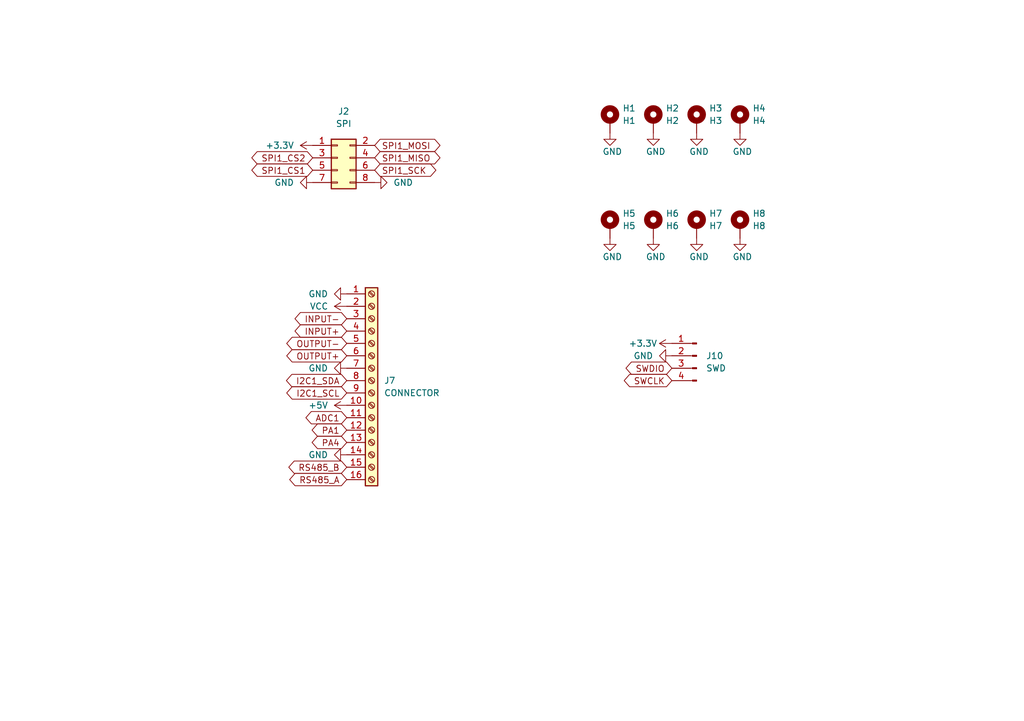
<source format=kicad_sch>
(kicad_sch (version 20211123) (generator eeschema)
  (paper "A5")
  (lib_symbols
    (symbol "Connector:Conn_01x04_Male" (pin_names (offset 1.016) hide)
      (property "Reference" "J" (at 0 5.08 0))
      (property "Value" "Conn_01x04_Male" (at 0 -7.62 0))
      (symbol "Conn_01x04_Male_1_1"
        (polyline (pts (xy 1.27 -5.08) (xy 0.8636 -5.08)) (stroke (width 0.1524)))
        (polyline (pts (xy 1.27 -2.54) (xy 0.8636 -2.54)) (stroke (width 0.1524)))
        (polyline (pts (xy 1.27 0) (xy 0.8636 0)) (stroke (width 0.1524)))
        (polyline (pts (xy 1.27 2.54) (xy 0.8636 2.54)) (stroke (width 0.1524)))
        (rectangle (start 0.8636 -4.953) (end 0 -5.207) (stroke (width 0.1524)) (fill (type outline)))
        (rectangle (start 0.8636 -2.413) (end 0 -2.667) (stroke (width 0.1524)) (fill (type outline)))
        (rectangle (start 0.8636 0.127) (end 0 -0.127) (stroke (width 0.1524)) (fill (type outline)))
        (rectangle (start 0.8636 2.667) (end 0 2.413) (stroke (width 0.1524)) (fill (type outline)))
        (pin passive line (at 5.08 2.54 180) (length 3.81) (name "Pin_1") (number "1"))
        (pin passive line (at 5.08 0 180) (length 3.81) (name "Pin_2") (number "2"))
        (pin passive line (at 5.08 -2.54 180) (length 3.81) (name "Pin_3") (number "3"))
        (pin passive line (at 5.08 -5.08 180) (length 3.81) (name "Pin_4") (number "4"))
      )
    )
    (symbol "Connector:Screw_Terminal_01x16" (pin_names (offset 1.016) hide)
      (property "Reference" "J" (at 0 20.32 0))
      (property "Value" "Screw_Terminal_01x16" (at 0 -22.86 0))
      (symbol "Screw_Terminal_01x16_1_1"
        (rectangle (start -1.27 19.05) (end 1.27 -21.59) (stroke (width 0.254)) (fill (type background)))
        (circle (center 0 -20.32) (radius 0.635) (stroke (width 0.1524)))
        (circle (center 0 -17.78) (radius 0.635) (stroke (width 0.1524)))
        (circle (center 0 -15.24) (radius 0.635) (stroke (width 0.1524)))
        (circle (center 0 -12.7) (radius 0.635) (stroke (width 0.1524)))
        (circle (center 0 -10.16) (radius 0.635) (stroke (width 0.1524)))
        (circle (center 0 -7.62) (radius 0.635) (stroke (width 0.1524)))
        (circle (center 0 -5.08) (radius 0.635) (stroke (width 0.1524)))
        (circle (center 0 -2.54) (radius 0.635) (stroke (width 0.1524)))
        (polyline (pts (xy -0.5334 -19.9898) (xy 0.3302 -20.828)) (stroke (width 0.1524)))
        (polyline (pts (xy -0.5334 -17.4498) (xy 0.3302 -18.288)) (stroke (width 0.1524)))
        (polyline (pts (xy -0.5334 -14.9098) (xy 0.3302 -15.748)) (stroke (width 0.1524)))
        (polyline (pts (xy -0.5334 -12.3698) (xy 0.3302 -13.208)) (stroke (width 0.1524)))
        (polyline (pts (xy -0.5334 -9.8298) (xy 0.3302 -10.668)) (stroke (width 0.1524)))
        (polyline (pts (xy -0.5334 -7.2898) (xy 0.3302 -8.128)) (stroke (width 0.1524)))
        (polyline (pts (xy -0.5334 -4.7498) (xy 0.3302 -5.588)) (stroke (width 0.1524)))
        (polyline (pts (xy -0.5334 -2.2098) (xy 0.3302 -3.048)) (stroke (width 0.1524)))
        (polyline (pts (xy -0.5334 0.3302) (xy 0.3302 -0.508)) (stroke (width 0.1524)))
        (polyline (pts (xy -0.5334 2.8702) (xy 0.3302 2.032)) (stroke (width 0.1524)))
        (polyline (pts (xy -0.5334 5.4102) (xy 0.3302 4.572)) (stroke (width 0.1524)))
        (polyline (pts (xy -0.5334 7.9502) (xy 0.3302 7.112)) (stroke (width 0.1524)))
        (polyline (pts (xy -0.5334 10.4902) (xy 0.3302 9.652)) (stroke (width 0.1524)))
        (polyline (pts (xy -0.5334 13.0302) (xy 0.3302 12.192)) (stroke (width 0.1524)))
        (polyline (pts (xy -0.5334 15.5702) (xy 0.3302 14.732)) (stroke (width 0.1524)))
        (polyline (pts (xy -0.5334 18.1102) (xy 0.3302 17.272)) (stroke (width 0.1524)))
        (polyline (pts (xy -0.3556 -19.812) (xy 0.508 -20.6502)) (stroke (width 0.1524)))
        (polyline (pts (xy -0.3556 -17.272) (xy 0.508 -18.1102)) (stroke (width 0.1524)))
        (polyline (pts (xy -0.3556 -14.732) (xy 0.508 -15.5702)) (stroke (width 0.1524)))
        (polyline (pts (xy -0.3556 -12.192) (xy 0.508 -13.0302)) (stroke (width 0.1524)))
        (polyline (pts (xy -0.3556 -9.652) (xy 0.508 -10.4902)) (stroke (width 0.1524)))
        (polyline (pts (xy -0.3556 -7.112) (xy 0.508 -7.9502)) (stroke (width 0.1524)))
        (polyline (pts (xy -0.3556 -4.572) (xy 0.508 -5.4102)) (stroke (width 0.1524)))
        (polyline (pts (xy -0.3556 -2.032) (xy 0.508 -2.8702)) (stroke (width 0.1524)))
        (polyline (pts (xy -0.3556 0.508) (xy 0.508 -0.3302)) (stroke (width 0.1524)))
        (polyline (pts (xy -0.3556 3.048) (xy 0.508 2.2098)) (stroke (width 0.1524)))
        (polyline (pts (xy -0.3556 5.588) (xy 0.508 4.7498)) (stroke (width 0.1524)))
        (polyline (pts (xy -0.3556 8.128) (xy 0.508 7.2898)) (stroke (width 0.1524)))
        (polyline (pts (xy -0.3556 10.668) (xy 0.508 9.8298)) (stroke (width 0.1524)))
        (polyline (pts (xy -0.3556 13.208) (xy 0.508 12.3698)) (stroke (width 0.1524)))
        (polyline (pts (xy -0.3556 15.748) (xy 0.508 14.9098)) (stroke (width 0.1524)))
        (polyline (pts (xy -0.3556 18.288) (xy 0.508 17.4498)) (stroke (width 0.1524)))
        (circle (center 0 0) (radius 0.635) (stroke (width 0.1524)))
        (circle (center 0 2.54) (radius 0.635) (stroke (width 0.1524)))
        (circle (center 0 5.08) (radius 0.635) (stroke (width 0.1524)))
        (circle (center 0 7.62) (radius 0.635) (stroke (width 0.1524)))
        (circle (center 0 10.16) (radius 0.635) (stroke (width 0.1524)))
        (circle (center 0 12.7) (radius 0.635) (stroke (width 0.1524)))
        (circle (center 0 15.24) (radius 0.635) (stroke (width 0.1524)))
        (circle (center 0 17.78) (radius 0.635) (stroke (width 0.1524)))
        (pin passive line (at -5.08 17.78 0) (length 3.81) (name "Pin_1") (number "1"))
        (pin passive line (at -5.08 -5.08 0) (length 3.81) (name "Pin_10") (number "10"))
        (pin passive line (at -5.08 -7.62 0) (length 3.81) (name "Pin_11") (number "11"))
        (pin passive line (at -5.08 -10.16 0) (length 3.81) (name "Pin_12") (number "12"))
        (pin passive line (at -5.08 -12.7 0) (length 3.81) (name "Pin_13") (number "13"))
        (pin passive line (at -5.08 -15.24 0) (length 3.81) (name "Pin_14") (number "14"))
        (pin passive line (at -5.08 -17.78 0) (length 3.81) (name "Pin_15") (number "15"))
        (pin passive line (at -5.08 -20.32 0) (length 3.81) (name "Pin_16") (number "16"))
        (pin passive line (at -5.08 15.24 0) (length 3.81) (name "Pin_2") (number "2"))
        (pin passive line (at -5.08 12.7 0) (length 3.81) (name "Pin_3") (number "3"))
        (pin passive line (at -5.08 10.16 0) (length 3.81) (name "Pin_4") (number "4"))
        (pin passive line (at -5.08 7.62 0) (length 3.81) (name "Pin_5") (number "5"))
        (pin passive line (at -5.08 5.08 0) (length 3.81) (name "Pin_6") (number "6"))
        (pin passive line (at -5.08 2.54 0) (length 3.81) (name "Pin_7") (number "7"))
        (pin passive line (at -5.08 0 0) (length 3.81) (name "Pin_8") (number "8"))
        (pin passive line (at -5.08 -2.54 0) (length 3.81) (name "Pin_9") (number "9"))
      )
    )
    (symbol "Connector_Generic:Conn_02x04_Odd_Even" (pin_names (offset 1.016) hide)
      (property "Reference" "J" (at 1.27 5.08 0))
      (property "Value" "Conn_02x04_Odd_Even" (at 1.27 -7.62 0))
      (symbol "Conn_02x04_Odd_Even_1_1"
        (rectangle (start -1.27 -4.953) (end 0 -5.207) (stroke (width 0.1524)))
        (rectangle (start -1.27 -2.413) (end 0 -2.667) (stroke (width 0.1524)))
        (rectangle (start -1.27 0.127) (end 0 -0.127) (stroke (width 0.1524)))
        (rectangle (start -1.27 2.667) (end 0 2.413) (stroke (width 0.1524)))
        (rectangle (start -1.27 3.81) (end 3.81 -6.35) (stroke (width 0.254)) (fill (type background)))
        (rectangle (start 3.81 -4.953) (end 2.54 -5.207) (stroke (width 0.1524)))
        (rectangle (start 3.81 -2.413) (end 2.54 -2.667) (stroke (width 0.1524)))
        (rectangle (start 3.81 0.127) (end 2.54 -0.127) (stroke (width 0.1524)))
        (rectangle (start 3.81 2.667) (end 2.54 2.413) (stroke (width 0.1524)))
        (pin passive line (at -5.08 2.54 0) (length 3.81) (name "Pin_1") (number "1"))
        (pin passive line (at 7.62 2.54 180) (length 3.81) (name "Pin_2") (number "2"))
        (pin passive line (at -5.08 0 0) (length 3.81) (name "Pin_3") (number "3"))
        (pin passive line (at 7.62 0 180) (length 3.81) (name "Pin_4") (number "4"))
        (pin passive line (at -5.08 -2.54 0) (length 3.81) (name "Pin_5") (number "5"))
        (pin passive line (at 7.62 -2.54 180) (length 3.81) (name "Pin_6") (number "6"))
        (pin passive line (at -5.08 -5.08 0) (length 3.81) (name "Pin_7") (number "7"))
        (pin passive line (at 7.62 -5.08 180) (length 3.81) (name "Pin_8") (number "8"))
      )
    )
    (symbol "Mechanical:MountingHole_Pad" (pin_numbers hide) (pin_names (offset 1.016) hide)
      (property "Reference" "H" (at 0 6.35 0))
      (property "Value" "MountingHole_Pad" (at 0 4.445 0))
      (symbol "MountingHole_Pad_0_1"
        (circle (center 0 1.27) (radius 1.27) (stroke (width 1.27)))
      )
      (symbol "MountingHole_Pad_1_1"
        (pin input line (at 0 -2.54 90) (length 2.54) (name "1") (number "1"))
      )
    )
    (symbol "power:+3.3V" (power) (pin_names (offset 0))
      (property "Value" "+3.3V" (at 0 3.556 0))
      (symbol "+3.3V_0_1"
        (polyline (pts (xy -0.762 1.27) (xy 0 2.54)))
        (polyline (pts (xy 0 0) (xy 0 2.54)))
        (polyline (pts (xy 0 2.54) (xy 0.762 1.27)))
      )
      (symbol "+3.3V_1_1"
        (pin power_in line (at 0 0 90) (length 0) hide (name "+3.3V") (number "1"))
      )
    )
    (symbol "power:+5V" (power) (pin_names (offset 0))
      (property "Value" "+5V" (at 0 3.556 0))
      (symbol "+5V_0_1"
        (polyline (pts (xy -0.762 1.27) (xy 0 2.54)))
        (polyline (pts (xy 0 0) (xy 0 2.54)))
        (polyline (pts (xy 0 2.54) (xy 0.762 1.27)))
      )
      (symbol "+5V_1_1"
        (pin power_in line (at 0 0 90) (length 0) hide (name "+5V") (number "1"))
      )
    )
    (symbol "power:GND" (power) (pin_names (offset 0))
      (property "Value" "GND" (at 0 -3.81 0))
      (symbol "GND_0_1"
        (polyline (pts (xy 0 0) (xy 0 -1.27) (xy 1.27 -1.27) (xy 0 -2.54) (xy -1.27 -1.27) (xy 0 -1.27)))
      )
      (symbol "GND_1_1"
        (pin power_in line (at 0 0 270) (length 0) hide (name "GND") (number "1"))
      )
    )
    (symbol "power:VCC" (power) (pin_names (offset 0))
      (property "Value" "VCC" (at 0 3.81 0))
      (symbol "VCC_0_1"
        (polyline (pts (xy -0.762 1.27) (xy 0 2.54)))
        (polyline (pts (xy 0 0) (xy 0 2.54)))
        (polyline (pts (xy 0 2.54) (xy 0.762 1.27)))
      )
      (symbol "VCC_1_1"
        (pin power_in line (at 0 0 90) (length 0) hide (name "VCC") (number "1"))
      )
    )
  )
  (global_label "SPI1_CS2" (shape bidirectional) (at 64.135 32.385 180) (property "Intersheet References" "${INTERSHEET_REFS}" (effects hide)))
  (global_label "SWDIO" (shape bidirectional) (at 137.795 75.565 180) (property "Intersheet References" "${INTERSHEET_REFS}" (effects hide)))
  (global_label "SPI1_MOSI" (shape bidirectional) (at 76.835 29.845 0) (property "Intersheet References" "${INTERSHEET_REFS}" (effects hide)))
  (global_label "ADC1" (shape bidirectional) (at 71.12 85.725 180) (property "Intersheet References" "${INTERSHEET_REFS}" (effects hide)))
  (global_label "PA4" (shape bidirectional) (at 71.12 90.805 180) (property "Intersheet References" "${INTERSHEET_REFS}" (effects hide)))
  (global_label "RS485_A" (shape bidirectional) (at 71.12 98.425 180) (property "Intersheet References" "${INTERSHEET_REFS}" (effects hide)))
  (global_label "SPI1_CS1" (shape bidirectional) (at 64.135 34.925 180) (property "Intersheet References" "${INTERSHEET_REFS}" (effects hide)))
  (global_label "INPUT-" (shape bidirectional) (at 71.12 65.405 180) (property "Intersheet References" "${INTERSHEET_REFS}" (effects hide)))
  (global_label "SPI1_SCK" (shape bidirectional) (at 76.835 34.925 0) (property "Intersheet References" "${INTERSHEET_REFS}" (effects hide)))
  (global_label "I2C1_SCL" (shape bidirectional) (at 71.12 80.645 180) (property "Intersheet References" "${INTERSHEET_REFS}" (effects hide)))
  (global_label "SPI1_MISO" (shape bidirectional) (at 76.835 32.385 0) (property "Intersheet References" "${INTERSHEET_REFS}" (effects hide)))
  (global_label "INPUT+" (shape bidirectional) (at 71.12 67.945 180) (property "Intersheet References" "${INTERSHEET_REFS}" (effects hide)))
  (global_label "OUTPUT+" (shape bidirectional) (at 71.12 73.025 180) (property "Intersheet References" "${INTERSHEET_REFS}" (effects hide)))
  (global_label "PA1" (shape bidirectional) (at 71.12 88.265 180) (property "Intersheet References" "${INTERSHEET_REFS}" (effects hide)))
  (global_label "I2C1_SDA" (shape bidirectional) (at 71.12 78.105 180) (property "Intersheet References" "${INTERSHEET_REFS}" (effects hide)))
  (global_label "SWCLK" (shape bidirectional) (at 137.795 78.105 180) (property "Intersheet References" "${INTERSHEET_REFS}" (effects hide)))
  (global_label "RS485_B" (shape bidirectional) (at 71.12 95.885 180) (property "Intersheet References" "${INTERSHEET_REFS}" (effects hide)))
  (global_label "OUTPUT-" (shape bidirectional) (at 71.12 70.485 180) (property "Intersheet References" "${INTERSHEET_REFS}" (effects hide)))
  (symbol (lib_id "power:GND") (at 142.875 27.305 0) (unit 1)
    (property "Reference" "#PWR0141" (effects hide))
    (property "Value" "GND" (at 145.415 31.115 0) (effects (justify right)))
  )
  (symbol (lib_id "Connector:Screw_Terminal_01x16") (at 76.2 78.105 0) (unit 1)
    (property "Reference" "J7" (at 78.74 78.1049 0) (effects (justify left)))
    (property "Value" "CONNECTOR" (at 78.74 80.6449 0) (effects (justify left)))
    (property "Footprint" "TerminalBlock_Phoenix:TerminalBlock_Phoenix_MKDS-1,5-16-5.08_1x16_P5.08mm_Horizontal" (effects hide))
  )
  (symbol (lib_id "power:GND") (at 133.985 48.895 0) (unit 1)
    (property "Reference" "#PWR0124" (effects hide))
    (property "Value" "GND" (at 136.525 52.705 0) (effects (justify right)))
  )
  (symbol (lib_id "power:GND") (at 125.095 48.895 0) (unit 1)
    (property "Reference" "#PWR0123" (effects hide))
    (property "Value" "GND" (at 127.635 52.705 0) (effects (justify right)))
  )
  (symbol (lib_id "Mechanical:MountingHole_Pad") (at 125.095 46.355 0) (unit 1)
    (property "Reference" "H5" (at 127.635 43.8149 0) (effects (justify left)))
    (property "Value" "H5" (at 127.635 46.3549 0) (effects (justify left)))
    (property "Footprint" "MountingHole:MountingHole_2.2mm_M2_Pad_Via" (effects hide))
  )
  (symbol (lib_id "power:GND") (at 151.765 27.305 0) (unit 1)
    (property "Reference" "#PWR0142" (effects hide))
    (property "Value" "GND" (at 154.305 31.115 0) (effects (justify right)))
  )
  (symbol (lib_id "power:GND") (at 64.135 37.465 270) (unit 1)
    (property "Reference" "#PWR0147" (effects hide))
    (property "Value" "GND" (at 60.325 37.465 90) (effects (justify right)))
  )
  (symbol (lib_id "power:GND") (at 125.095 27.305 0) (unit 1)
    (property "Reference" "#PWR0139" (effects hide))
    (property "Value" "GND" (at 127.635 31.115 0) (effects (justify right)))
  )
  (symbol (lib_id "power:GND") (at 71.12 60.325 270) (unit 1)
    (property "Reference" "#PWR0105" (effects hide))
    (property "Value" "GND" (at 67.31 60.325 90) (effects (justify right)))
  )
  (symbol (lib_id "power:GND") (at 71.12 75.565 270) (unit 1)
    (property "Reference" "#PWR0183" (effects hide))
    (property "Value" "GND" (at 67.31 75.565 90) (effects (justify right)))
  )
  (symbol (lib_id "power:GND") (at 133.985 27.305 0) (unit 1)
    (property "Reference" "#PWR0140" (effects hide))
    (property "Value" "GND" (at 136.525 31.115 0) (effects (justify right)))
  )
  (symbol (lib_id "Mechanical:MountingHole_Pad") (at 133.985 46.355 0) (unit 1)
    (property "Reference" "H6" (at 136.525 43.8149 0) (effects (justify left)))
    (property "Value" "H6" (at 136.525 46.3549 0) (effects (justify left)))
    (property "Footprint" "MountingHole:MountingHole_2.2mm_M2_Pad_Via" (effects hide))
  )
  (symbol (lib_id "Mechanical:MountingHole_Pad") (at 125.095 24.765 0) (unit 1)
    (property "Reference" "H1" (at 127.635 22.2249 0) (effects (justify left)))
    (property "Value" "H1" (at 127.635 24.7649 0) (effects (justify left)))
    (property "Footprint" "MountingHole:MountingHole_2.2mm_M2_Pad_Via" (effects hide))
  )
  (symbol (lib_id "Mechanical:MountingHole_Pad") (at 151.765 46.355 0) (unit 1)
    (property "Reference" "H8" (at 154.305 43.8149 0) (effects (justify left)))
    (property "Value" "H8" (at 154.305 46.3549 0) (effects (justify left)))
    (property "Footprint" "MountingHole:MountingHole_2.2mm_M2_Pad_Via" (effects hide))
  )
  (symbol (lib_id "power:GND") (at 151.765 48.895 0) (unit 1)
    (property "Reference" "#PWR0146" (effects hide))
    (property "Value" "GND" (at 154.305 52.705 0) (effects (justify right)))
  )
  (symbol (lib_id "power:+3.3V") (at 137.795 70.485 90) (unit 1)
    (property "Reference" "#PWR0153" (effects hide))
    (property "Value" "+3.3V" (at 128.905 70.485 90) (effects (justify right)))
  )
  (symbol (lib_id "Mechanical:MountingHole_Pad") (at 142.875 24.765 0) (unit 1)
    (property "Reference" "H3" (at 145.415 22.2249 0) (effects (justify left)))
    (property "Value" "H3" (at 145.415 24.7649 0) (effects (justify left)))
    (property "Footprint" "MountingHole:MountingHole_2.2mm_M2_Pad_Via" (effects hide))
  )
  (symbol (lib_id "Mechanical:MountingHole_Pad") (at 133.985 24.765 0) (unit 1)
    (property "Reference" "H2" (at 136.525 22.2249 0) (effects (justify left)))
    (property "Value" "H2" (at 136.525 24.7649 0) (effects (justify left)))
    (property "Footprint" "MountingHole:MountingHole_2.2mm_M2_Pad_Via" (effects hide))
  )
  (symbol (lib_id "Mechanical:MountingHole_Pad") (at 151.765 24.765 0) (unit 1)
    (property "Reference" "H4" (at 154.305 22.2249 0) (effects (justify left)))
    (property "Value" "H4" (at 154.305 24.7649 0) (effects (justify left)))
    (property "Footprint" "MountingHole:MountingHole_2.2mm_M2_Pad_Via" (effects hide))
  )
  (symbol (lib_id "power:GND") (at 137.795 73.025 270) (unit 1)
    (property "Reference" "#PWR0154" (effects hide))
    (property "Value" "GND" (at 133.985 73.025 90) (effects (justify right)))
  )
  (symbol (lib_id "power:GND") (at 142.875 48.895 0) (unit 1)
    (property "Reference" "#PWR0125" (effects hide))
    (property "Value" "GND" (at 145.415 52.705 0) (effects (justify right)))
  )
  (symbol (lib_id "power:+3.3V") (at 64.135 29.845 90) (unit 1)
    (property "Reference" "#PWR0180" (effects hide))
    (property "Value" "+3.3V" (at 60.325 29.8449 90) (effects (justify left)))
  )
  (symbol (lib_id "Connector:Conn_01x04_Male") (at 142.875 73.025 0) (mirror y) (unit 1)
    (property "Reference" "J10" (at 144.78 73.0249 0) (effects (justify right)))
    (property "Value" "SWD" (at 144.78 75.5649 0) (effects (justify right)))
    (property "Footprint" "XH_2.54mm_Conn:XH_4P_2.54mm_Horizontal" (effects hide))
  )
  (symbol (lib_id "power:VCC") (at 71.12 62.865 90) (mirror x) (unit 1)
    (property "Reference" "#PWR0130" (effects hide))
    (property "Value" "VCC" (at 63.5 62.865 90) (effects (justify right)))
  )
  (symbol (lib_id "Connector_Generic:Conn_02x04_Odd_Even") (at 69.215 32.385 0) (unit 1)
    (property "Reference" "J2" (at 70.485 22.86 0))
    (property "Value" "SPI" (at 70.485 25.4 0))
    (property "Footprint" "Connector_PinHeader_2.54mm:PinHeader_2x04_P2.54mm_Vertical" (effects hide))
  )
  (symbol (lib_id "power:GND") (at 76.835 37.465 90) (unit 1)
    (property "Reference" "#PWR040" (effects hide))
    (property "Value" "GND" (at 80.645 37.465 90) (effects (justify right)))
  )
  (symbol (lib_id "Mechanical:MountingHole_Pad") (at 142.875 46.355 0) (unit 1)
    (property "Reference" "H7" (at 145.415 43.8149 0) (effects (justify left)))
    (property "Value" "H7" (at 145.415 46.3549 0) (effects (justify left)))
    (property "Footprint" "MountingHole:MountingHole_2.2mm_M2_Pad_Via" (effects hide))
  )
  (symbol (lib_id "power:+5V") (at 71.12 83.185 90) (unit 1)
    (property "Reference" "#PWR0162" (effects hide))
    (property "Value" "+5V" (at 67.31 83.1849 90) (effects (justify left)))
  )
  (symbol (lib_id "power:GND") (at 71.12 93.345 270) (unit 1)
    (property "Reference" "#PWR0165" (effects hide))
    (property "Value" "GND" (at 67.31 93.345 90) (effects (justify right)))
  )
)
</source>
